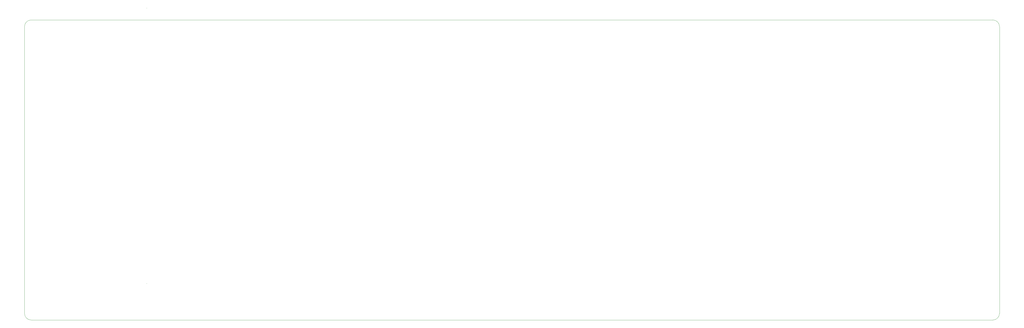
<source format=gbr>
%TF.GenerationSoftware,KiCad,Pcbnew,7.0.6*%
%TF.CreationDate,2023-09-01T00:55:25-07:00*%
%TF.ProjectId,alicida,616c6963-6964-4612-9e6b-696361645f70,rev?*%
%TF.SameCoordinates,Original*%
%TF.FileFunction,Profile,NP*%
%FSLAX46Y46*%
G04 Gerber Fmt 4.6, Leading zero omitted, Abs format (unit mm)*
G04 Created by KiCad (PCBNEW 7.0.6) date 2023-09-01 00:55:25*
%MOMM*%
%LPD*%
G01*
G04 APERTURE LIST*
%TA.AperFunction,Profile*%
%ADD10C,0.100000*%
%TD*%
%TA.AperFunction,Profile*%
%ADD11C,0.200000*%
%TD*%
G04 APERTURE END LIST*
D10*
X34202072Y-215587358D02*
X34202072Y-106013003D01*
X36742072Y-103473002D02*
G75*
G03*
X34202072Y-106013003I-22J-2539978D01*
G01*
X34202142Y-215587358D02*
G75*
G03*
X36742072Y-218127358I2539958J-42D01*
G01*
D11*
X80819676Y-98928103D02*
G75*
G03*
X80819676Y-98928103I-1J0D01*
G01*
D10*
X405983131Y-106013003D02*
X405983131Y-215587358D01*
D11*
X80819676Y-204178103D02*
G75*
G03*
X80819676Y-204178103I-1J0D01*
G01*
D10*
X36742072Y-103473003D02*
X403443131Y-103473003D01*
X403443131Y-218127431D02*
G75*
G03*
X405983131Y-215587358I69J2539931D01*
G01*
X405983097Y-106013003D02*
G75*
G03*
X403443131Y-103473003I-2539997J3D01*
G01*
X403443131Y-218127358D02*
X36742072Y-218127358D01*
M02*

</source>
